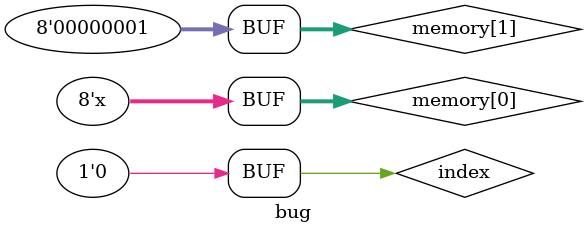
<source format=v>

module bug();

reg [7:0] memory[1:0];

reg index;

initial begin
  index = 0;
  memory[~index] = 1;
  if (memory[1] === 1)
    $display("PASSED");
  else
    $display("FAILED");
end

endmodule

</source>
